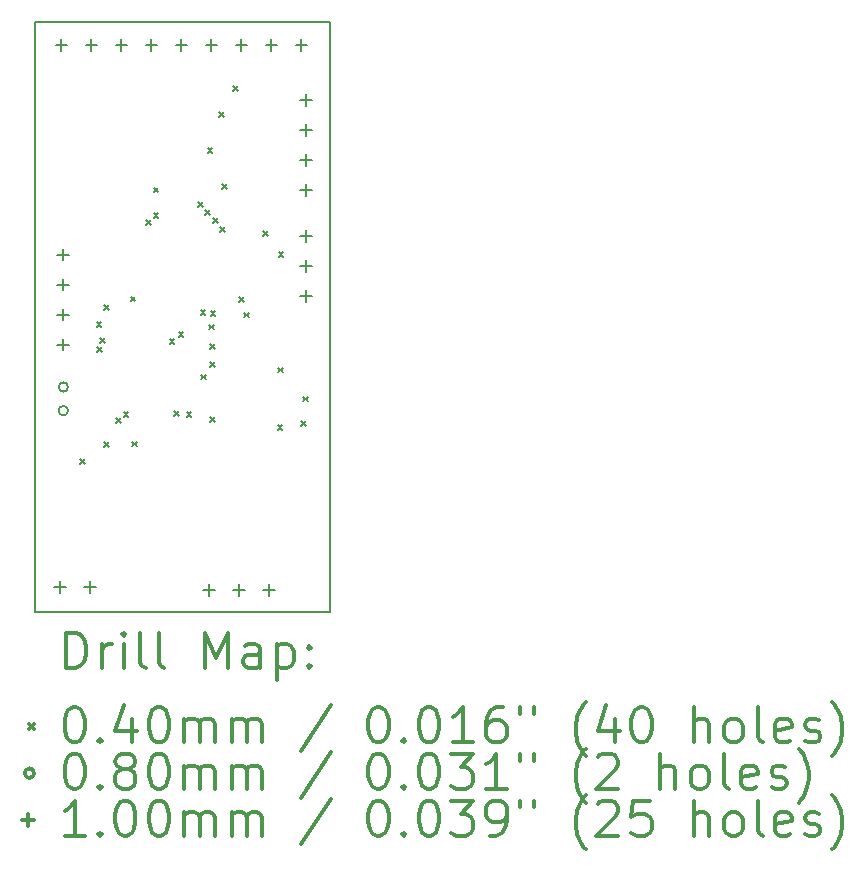
<source format=gbr>
%FSLAX45Y45*%
G04 Gerber Fmt 4.5, Leading zero omitted, Abs format (unit mm)*
G04 Created by KiCad (PCBNEW 4.0.2+dfsg1-stable) date Wed 06 Sep 2017 09:14:42 PM CST*
%MOMM*%
G01*
G04 APERTURE LIST*
%ADD10C,0.127000*%
%ADD11C,0.150000*%
%ADD12C,0.200000*%
%ADD13C,0.300000*%
G04 APERTURE END LIST*
D10*
D11*
X10000000Y-12800000D02*
X10000000Y-7800000D01*
X12500000Y-12800000D02*
X10000000Y-12800000D01*
X12500000Y-7800000D02*
X12500000Y-12800000D01*
X10000000Y-7800000D02*
X12500000Y-7800000D01*
D12*
X10381300Y-11506520D02*
X10421300Y-11546520D01*
X10421300Y-11506520D02*
X10381300Y-11546520D01*
X10521998Y-10347929D02*
X10561998Y-10387929D01*
X10561998Y-10347929D02*
X10521998Y-10387929D01*
X10525431Y-10557841D02*
X10565431Y-10597841D01*
X10565431Y-10557841D02*
X10525431Y-10597841D01*
X10552934Y-10482716D02*
X10592934Y-10522716D01*
X10592934Y-10482716D02*
X10552934Y-10522716D01*
X10584500Y-10203500D02*
X10624500Y-10243500D01*
X10624500Y-10203500D02*
X10584500Y-10243500D01*
X10585000Y-11358700D02*
X10625000Y-11398700D01*
X10625000Y-11358700D02*
X10585000Y-11398700D01*
X10686100Y-11158540D02*
X10726100Y-11198540D01*
X10726100Y-11158540D02*
X10686100Y-11198540D01*
X10749600Y-11105200D02*
X10789600Y-11145200D01*
X10789600Y-11105200D02*
X10749600Y-11145200D01*
X10810210Y-10129840D02*
X10850210Y-10169840D01*
X10850210Y-10129840D02*
X10810210Y-10169840D01*
X10823260Y-11356200D02*
X10863260Y-11396200D01*
X10863260Y-11356200D02*
X10823260Y-11396200D01*
X10940100Y-9479600D02*
X10980100Y-9519600D01*
X10980100Y-9479600D02*
X10940100Y-9519600D01*
X11003600Y-9422450D02*
X11043600Y-9462450D01*
X11043600Y-9422450D02*
X11003600Y-9462450D01*
X11005000Y-9205000D02*
X11045000Y-9245000D01*
X11045000Y-9205000D02*
X11005000Y-9245000D01*
X11139306Y-10491064D02*
X11179306Y-10531064D01*
X11179306Y-10491064D02*
X11139306Y-10531064D01*
X11176320Y-11100120D02*
X11216320Y-11140120D01*
X11216320Y-11100120D02*
X11176320Y-11140120D01*
X11215981Y-10428562D02*
X11255981Y-10468562D01*
X11255981Y-10428562D02*
X11215981Y-10468562D01*
X11283000Y-11105200D02*
X11323000Y-11145200D01*
X11323000Y-11105200D02*
X11283000Y-11145200D01*
X11378250Y-9327200D02*
X11418250Y-9367200D01*
X11418250Y-9327200D02*
X11378250Y-9367200D01*
X11402380Y-10244140D02*
X11442380Y-10284140D01*
X11442380Y-10244140D02*
X11402380Y-10284140D01*
X11406609Y-10788551D02*
X11446609Y-10828551D01*
X11446609Y-10788551D02*
X11406609Y-10828551D01*
X11441750Y-9397050D02*
X11481750Y-9437050D01*
X11481750Y-9397050D02*
X11441750Y-9437050D01*
X11460800Y-8870000D02*
X11500800Y-8910000D01*
X11500800Y-8870000D02*
X11460800Y-8910000D01*
X11470960Y-10366060D02*
X11510960Y-10406060D01*
X11510960Y-10366060D02*
X11470960Y-10406060D01*
X11479850Y-11149650D02*
X11519850Y-11189650D01*
X11519850Y-11149650D02*
X11479850Y-11189650D01*
X11482662Y-10533591D02*
X11522662Y-10573591D01*
X11522662Y-10533591D02*
X11482662Y-10573591D01*
X11483660Y-10684710D02*
X11523660Y-10724710D01*
X11523660Y-10684710D02*
X11483660Y-10724710D01*
X11487063Y-10249815D02*
X11527063Y-10289815D01*
X11527063Y-10249815D02*
X11487063Y-10289815D01*
X11505250Y-9466900D02*
X11545250Y-9506900D01*
X11545250Y-9466900D02*
X11505250Y-9506900D01*
X11559860Y-8567740D02*
X11599860Y-8607740D01*
X11599860Y-8567740D02*
X11559860Y-8607740D01*
X11568750Y-9543100D02*
X11608750Y-9583100D01*
X11608750Y-9543100D02*
X11568750Y-9583100D01*
X11582720Y-9174800D02*
X11622720Y-9214800D01*
X11622720Y-9174800D02*
X11582720Y-9214800D01*
X11676500Y-8349300D02*
X11716500Y-8389300D01*
X11716500Y-8349300D02*
X11676500Y-8389300D01*
X11727500Y-10133650D02*
X11767500Y-10173650D01*
X11767500Y-10133650D02*
X11727500Y-10173650D01*
X11770680Y-10264460D02*
X11810680Y-10304460D01*
X11810680Y-10264460D02*
X11770680Y-10304460D01*
X11930700Y-9576120D02*
X11970700Y-9616120D01*
X11970700Y-9576120D02*
X11930700Y-9616120D01*
X12052620Y-11219500D02*
X12092620Y-11259500D01*
X12092620Y-11219500D02*
X12052620Y-11259500D01*
X12055000Y-10730000D02*
X12095000Y-10770000D01*
X12095000Y-10730000D02*
X12055000Y-10770000D01*
X12062780Y-9753920D02*
X12102780Y-9793920D01*
X12102780Y-9753920D02*
X12062780Y-9793920D01*
X12254550Y-11181400D02*
X12294550Y-11221400D01*
X12294550Y-11181400D02*
X12254550Y-11221400D01*
X12268520Y-10975660D02*
X12308520Y-11015660D01*
X12308520Y-10975660D02*
X12268520Y-11015660D01*
X10278740Y-10894060D02*
G75*
G03X10278740Y-10894060I-40000J0D01*
G01*
X10278740Y-11094060D02*
G75*
G03X10278740Y-11094060I-40000J0D01*
G01*
X10213360Y-12535720D02*
X10213360Y-12635720D01*
X10163360Y-12585720D02*
X10263360Y-12585720D01*
X10223500Y-7951000D02*
X10223500Y-8051000D01*
X10173500Y-8001000D02*
X10273500Y-8001000D01*
X10236200Y-9722650D02*
X10236200Y-9822650D01*
X10186200Y-9772650D02*
X10286200Y-9772650D01*
X10236200Y-9976650D02*
X10236200Y-10076650D01*
X10186200Y-10026650D02*
X10286200Y-10026650D01*
X10236200Y-10230650D02*
X10236200Y-10330650D01*
X10186200Y-10280650D02*
X10286200Y-10280650D01*
X10236200Y-10484650D02*
X10236200Y-10584650D01*
X10186200Y-10534650D02*
X10286200Y-10534650D01*
X10467360Y-12535720D02*
X10467360Y-12635720D01*
X10417360Y-12585720D02*
X10517360Y-12585720D01*
X10477500Y-7951000D02*
X10477500Y-8051000D01*
X10427500Y-8001000D02*
X10527500Y-8001000D01*
X10731500Y-7951000D02*
X10731500Y-8051000D01*
X10681500Y-8001000D02*
X10781500Y-8001000D01*
X10985500Y-7951000D02*
X10985500Y-8051000D01*
X10935500Y-8001000D02*
X11035500Y-8001000D01*
X11239500Y-7951000D02*
X11239500Y-8051000D01*
X11189500Y-8001000D02*
X11289500Y-8001000D01*
X11473200Y-12561120D02*
X11473200Y-12661120D01*
X11423200Y-12611120D02*
X11523200Y-12611120D01*
X11493500Y-7951000D02*
X11493500Y-8051000D01*
X11443500Y-8001000D02*
X11543500Y-8001000D01*
X11727200Y-12561120D02*
X11727200Y-12661120D01*
X11677200Y-12611120D02*
X11777200Y-12611120D01*
X11747500Y-7951000D02*
X11747500Y-8051000D01*
X11697500Y-8001000D02*
X11797500Y-8001000D01*
X11981200Y-12561120D02*
X11981200Y-12661120D01*
X11931200Y-12611120D02*
X12031200Y-12611120D01*
X12001500Y-7951000D02*
X12001500Y-8051000D01*
X11951500Y-8001000D02*
X12051500Y-8001000D01*
X12255500Y-7951000D02*
X12255500Y-8051000D01*
X12205500Y-8001000D02*
X12305500Y-8001000D01*
X12293600Y-8414550D02*
X12293600Y-8514550D01*
X12243600Y-8464550D02*
X12343600Y-8464550D01*
X12293600Y-8668550D02*
X12293600Y-8768550D01*
X12243600Y-8718550D02*
X12343600Y-8718550D01*
X12293600Y-8922550D02*
X12293600Y-9022550D01*
X12243600Y-8972550D02*
X12343600Y-8972550D01*
X12293600Y-9176550D02*
X12293600Y-9276550D01*
X12243600Y-9226550D02*
X12343600Y-9226550D01*
X12293600Y-9563900D02*
X12293600Y-9663900D01*
X12243600Y-9613900D02*
X12343600Y-9613900D01*
X12293600Y-9817900D02*
X12293600Y-9917900D01*
X12243600Y-9867900D02*
X12343600Y-9867900D01*
X12293600Y-10071900D02*
X12293600Y-10171900D01*
X12243600Y-10121900D02*
X12343600Y-10121900D01*
D13*
X10263929Y-13273214D02*
X10263929Y-12973214D01*
X10335357Y-12973214D01*
X10378214Y-12987500D01*
X10406786Y-13016071D01*
X10421071Y-13044643D01*
X10435357Y-13101786D01*
X10435357Y-13144643D01*
X10421071Y-13201786D01*
X10406786Y-13230357D01*
X10378214Y-13258929D01*
X10335357Y-13273214D01*
X10263929Y-13273214D01*
X10563929Y-13273214D02*
X10563929Y-13073214D01*
X10563929Y-13130357D02*
X10578214Y-13101786D01*
X10592500Y-13087500D01*
X10621071Y-13073214D01*
X10649643Y-13073214D01*
X10749643Y-13273214D02*
X10749643Y-13073214D01*
X10749643Y-12973214D02*
X10735357Y-12987500D01*
X10749643Y-13001786D01*
X10763929Y-12987500D01*
X10749643Y-12973214D01*
X10749643Y-13001786D01*
X10935357Y-13273214D02*
X10906786Y-13258929D01*
X10892500Y-13230357D01*
X10892500Y-12973214D01*
X11092500Y-13273214D02*
X11063929Y-13258929D01*
X11049643Y-13230357D01*
X11049643Y-12973214D01*
X11435357Y-13273214D02*
X11435357Y-12973214D01*
X11535357Y-13187500D01*
X11635357Y-12973214D01*
X11635357Y-13273214D01*
X11906786Y-13273214D02*
X11906786Y-13116071D01*
X11892500Y-13087500D01*
X11863928Y-13073214D01*
X11806786Y-13073214D01*
X11778214Y-13087500D01*
X11906786Y-13258929D02*
X11878214Y-13273214D01*
X11806786Y-13273214D01*
X11778214Y-13258929D01*
X11763928Y-13230357D01*
X11763928Y-13201786D01*
X11778214Y-13173214D01*
X11806786Y-13158929D01*
X11878214Y-13158929D01*
X11906786Y-13144643D01*
X12049643Y-13073214D02*
X12049643Y-13373214D01*
X12049643Y-13087500D02*
X12078214Y-13073214D01*
X12135357Y-13073214D01*
X12163928Y-13087500D01*
X12178214Y-13101786D01*
X12192500Y-13130357D01*
X12192500Y-13216071D01*
X12178214Y-13244643D01*
X12163928Y-13258929D01*
X12135357Y-13273214D01*
X12078214Y-13273214D01*
X12049643Y-13258929D01*
X12321071Y-13244643D02*
X12335357Y-13258929D01*
X12321071Y-13273214D01*
X12306786Y-13258929D01*
X12321071Y-13244643D01*
X12321071Y-13273214D01*
X12321071Y-13087500D02*
X12335357Y-13101786D01*
X12321071Y-13116071D01*
X12306786Y-13101786D01*
X12321071Y-13087500D01*
X12321071Y-13116071D01*
X9952500Y-13747500D02*
X9992500Y-13787500D01*
X9992500Y-13747500D02*
X9952500Y-13787500D01*
X10321071Y-13603214D02*
X10349643Y-13603214D01*
X10378214Y-13617500D01*
X10392500Y-13631786D01*
X10406786Y-13660357D01*
X10421071Y-13717500D01*
X10421071Y-13788929D01*
X10406786Y-13846071D01*
X10392500Y-13874643D01*
X10378214Y-13888929D01*
X10349643Y-13903214D01*
X10321071Y-13903214D01*
X10292500Y-13888929D01*
X10278214Y-13874643D01*
X10263929Y-13846071D01*
X10249643Y-13788929D01*
X10249643Y-13717500D01*
X10263929Y-13660357D01*
X10278214Y-13631786D01*
X10292500Y-13617500D01*
X10321071Y-13603214D01*
X10549643Y-13874643D02*
X10563929Y-13888929D01*
X10549643Y-13903214D01*
X10535357Y-13888929D01*
X10549643Y-13874643D01*
X10549643Y-13903214D01*
X10821071Y-13703214D02*
X10821071Y-13903214D01*
X10749643Y-13588929D02*
X10678214Y-13803214D01*
X10863928Y-13803214D01*
X11035357Y-13603214D02*
X11063929Y-13603214D01*
X11092500Y-13617500D01*
X11106786Y-13631786D01*
X11121071Y-13660357D01*
X11135357Y-13717500D01*
X11135357Y-13788929D01*
X11121071Y-13846071D01*
X11106786Y-13874643D01*
X11092500Y-13888929D01*
X11063929Y-13903214D01*
X11035357Y-13903214D01*
X11006786Y-13888929D01*
X10992500Y-13874643D01*
X10978214Y-13846071D01*
X10963929Y-13788929D01*
X10963929Y-13717500D01*
X10978214Y-13660357D01*
X10992500Y-13631786D01*
X11006786Y-13617500D01*
X11035357Y-13603214D01*
X11263928Y-13903214D02*
X11263928Y-13703214D01*
X11263928Y-13731786D02*
X11278214Y-13717500D01*
X11306786Y-13703214D01*
X11349643Y-13703214D01*
X11378214Y-13717500D01*
X11392500Y-13746071D01*
X11392500Y-13903214D01*
X11392500Y-13746071D02*
X11406786Y-13717500D01*
X11435357Y-13703214D01*
X11478214Y-13703214D01*
X11506786Y-13717500D01*
X11521071Y-13746071D01*
X11521071Y-13903214D01*
X11663928Y-13903214D02*
X11663928Y-13703214D01*
X11663928Y-13731786D02*
X11678214Y-13717500D01*
X11706786Y-13703214D01*
X11749643Y-13703214D01*
X11778214Y-13717500D01*
X11792500Y-13746071D01*
X11792500Y-13903214D01*
X11792500Y-13746071D02*
X11806786Y-13717500D01*
X11835357Y-13703214D01*
X11878214Y-13703214D01*
X11906786Y-13717500D01*
X11921071Y-13746071D01*
X11921071Y-13903214D01*
X12506786Y-13588929D02*
X12249643Y-13974643D01*
X12892500Y-13603214D02*
X12921071Y-13603214D01*
X12949643Y-13617500D01*
X12963928Y-13631786D01*
X12978214Y-13660357D01*
X12992500Y-13717500D01*
X12992500Y-13788929D01*
X12978214Y-13846071D01*
X12963928Y-13874643D01*
X12949643Y-13888929D01*
X12921071Y-13903214D01*
X12892500Y-13903214D01*
X12863928Y-13888929D01*
X12849643Y-13874643D01*
X12835357Y-13846071D01*
X12821071Y-13788929D01*
X12821071Y-13717500D01*
X12835357Y-13660357D01*
X12849643Y-13631786D01*
X12863928Y-13617500D01*
X12892500Y-13603214D01*
X13121071Y-13874643D02*
X13135357Y-13888929D01*
X13121071Y-13903214D01*
X13106786Y-13888929D01*
X13121071Y-13874643D01*
X13121071Y-13903214D01*
X13321071Y-13603214D02*
X13349643Y-13603214D01*
X13378214Y-13617500D01*
X13392500Y-13631786D01*
X13406785Y-13660357D01*
X13421071Y-13717500D01*
X13421071Y-13788929D01*
X13406785Y-13846071D01*
X13392500Y-13874643D01*
X13378214Y-13888929D01*
X13349643Y-13903214D01*
X13321071Y-13903214D01*
X13292500Y-13888929D01*
X13278214Y-13874643D01*
X13263928Y-13846071D01*
X13249643Y-13788929D01*
X13249643Y-13717500D01*
X13263928Y-13660357D01*
X13278214Y-13631786D01*
X13292500Y-13617500D01*
X13321071Y-13603214D01*
X13706785Y-13903214D02*
X13535357Y-13903214D01*
X13621071Y-13903214D02*
X13621071Y-13603214D01*
X13592500Y-13646071D01*
X13563928Y-13674643D01*
X13535357Y-13688929D01*
X13963928Y-13603214D02*
X13906785Y-13603214D01*
X13878214Y-13617500D01*
X13863928Y-13631786D01*
X13835357Y-13674643D01*
X13821071Y-13731786D01*
X13821071Y-13846071D01*
X13835357Y-13874643D01*
X13849643Y-13888929D01*
X13878214Y-13903214D01*
X13935357Y-13903214D01*
X13963928Y-13888929D01*
X13978214Y-13874643D01*
X13992500Y-13846071D01*
X13992500Y-13774643D01*
X13978214Y-13746071D01*
X13963928Y-13731786D01*
X13935357Y-13717500D01*
X13878214Y-13717500D01*
X13849643Y-13731786D01*
X13835357Y-13746071D01*
X13821071Y-13774643D01*
X14106786Y-13603214D02*
X14106786Y-13660357D01*
X14221071Y-13603214D02*
X14221071Y-13660357D01*
X14663928Y-14017500D02*
X14649643Y-14003214D01*
X14621071Y-13960357D01*
X14606785Y-13931786D01*
X14592500Y-13888929D01*
X14578214Y-13817500D01*
X14578214Y-13760357D01*
X14592500Y-13688929D01*
X14606785Y-13646071D01*
X14621071Y-13617500D01*
X14649643Y-13574643D01*
X14663928Y-13560357D01*
X14906785Y-13703214D02*
X14906785Y-13903214D01*
X14835357Y-13588929D02*
X14763928Y-13803214D01*
X14949643Y-13803214D01*
X15121071Y-13603214D02*
X15149643Y-13603214D01*
X15178214Y-13617500D01*
X15192500Y-13631786D01*
X15206785Y-13660357D01*
X15221071Y-13717500D01*
X15221071Y-13788929D01*
X15206785Y-13846071D01*
X15192500Y-13874643D01*
X15178214Y-13888929D01*
X15149643Y-13903214D01*
X15121071Y-13903214D01*
X15092500Y-13888929D01*
X15078214Y-13874643D01*
X15063928Y-13846071D01*
X15049643Y-13788929D01*
X15049643Y-13717500D01*
X15063928Y-13660357D01*
X15078214Y-13631786D01*
X15092500Y-13617500D01*
X15121071Y-13603214D01*
X15578214Y-13903214D02*
X15578214Y-13603214D01*
X15706785Y-13903214D02*
X15706785Y-13746071D01*
X15692500Y-13717500D01*
X15663928Y-13703214D01*
X15621071Y-13703214D01*
X15592500Y-13717500D01*
X15578214Y-13731786D01*
X15892500Y-13903214D02*
X15863928Y-13888929D01*
X15849643Y-13874643D01*
X15835357Y-13846071D01*
X15835357Y-13760357D01*
X15849643Y-13731786D01*
X15863928Y-13717500D01*
X15892500Y-13703214D01*
X15935357Y-13703214D01*
X15963928Y-13717500D01*
X15978214Y-13731786D01*
X15992500Y-13760357D01*
X15992500Y-13846071D01*
X15978214Y-13874643D01*
X15963928Y-13888929D01*
X15935357Y-13903214D01*
X15892500Y-13903214D01*
X16163928Y-13903214D02*
X16135357Y-13888929D01*
X16121071Y-13860357D01*
X16121071Y-13603214D01*
X16392500Y-13888929D02*
X16363928Y-13903214D01*
X16306786Y-13903214D01*
X16278214Y-13888929D01*
X16263928Y-13860357D01*
X16263928Y-13746071D01*
X16278214Y-13717500D01*
X16306786Y-13703214D01*
X16363928Y-13703214D01*
X16392500Y-13717500D01*
X16406786Y-13746071D01*
X16406786Y-13774643D01*
X16263928Y-13803214D01*
X16521071Y-13888929D02*
X16549643Y-13903214D01*
X16606786Y-13903214D01*
X16635357Y-13888929D01*
X16649643Y-13860357D01*
X16649643Y-13846071D01*
X16635357Y-13817500D01*
X16606786Y-13803214D01*
X16563928Y-13803214D01*
X16535357Y-13788929D01*
X16521071Y-13760357D01*
X16521071Y-13746071D01*
X16535357Y-13717500D01*
X16563928Y-13703214D01*
X16606786Y-13703214D01*
X16635357Y-13717500D01*
X16749643Y-14017500D02*
X16763928Y-14003214D01*
X16792500Y-13960357D01*
X16806786Y-13931786D01*
X16821071Y-13888929D01*
X16835357Y-13817500D01*
X16835357Y-13760357D01*
X16821071Y-13688929D01*
X16806786Y-13646071D01*
X16792500Y-13617500D01*
X16763928Y-13574643D01*
X16749643Y-13560357D01*
X9992500Y-14163500D02*
G75*
G03X9992500Y-14163500I-40000J0D01*
G01*
X10321071Y-13999214D02*
X10349643Y-13999214D01*
X10378214Y-14013500D01*
X10392500Y-14027786D01*
X10406786Y-14056357D01*
X10421071Y-14113500D01*
X10421071Y-14184929D01*
X10406786Y-14242071D01*
X10392500Y-14270643D01*
X10378214Y-14284929D01*
X10349643Y-14299214D01*
X10321071Y-14299214D01*
X10292500Y-14284929D01*
X10278214Y-14270643D01*
X10263929Y-14242071D01*
X10249643Y-14184929D01*
X10249643Y-14113500D01*
X10263929Y-14056357D01*
X10278214Y-14027786D01*
X10292500Y-14013500D01*
X10321071Y-13999214D01*
X10549643Y-14270643D02*
X10563929Y-14284929D01*
X10549643Y-14299214D01*
X10535357Y-14284929D01*
X10549643Y-14270643D01*
X10549643Y-14299214D01*
X10735357Y-14127786D02*
X10706786Y-14113500D01*
X10692500Y-14099214D01*
X10678214Y-14070643D01*
X10678214Y-14056357D01*
X10692500Y-14027786D01*
X10706786Y-14013500D01*
X10735357Y-13999214D01*
X10792500Y-13999214D01*
X10821071Y-14013500D01*
X10835357Y-14027786D01*
X10849643Y-14056357D01*
X10849643Y-14070643D01*
X10835357Y-14099214D01*
X10821071Y-14113500D01*
X10792500Y-14127786D01*
X10735357Y-14127786D01*
X10706786Y-14142071D01*
X10692500Y-14156357D01*
X10678214Y-14184929D01*
X10678214Y-14242071D01*
X10692500Y-14270643D01*
X10706786Y-14284929D01*
X10735357Y-14299214D01*
X10792500Y-14299214D01*
X10821071Y-14284929D01*
X10835357Y-14270643D01*
X10849643Y-14242071D01*
X10849643Y-14184929D01*
X10835357Y-14156357D01*
X10821071Y-14142071D01*
X10792500Y-14127786D01*
X11035357Y-13999214D02*
X11063929Y-13999214D01*
X11092500Y-14013500D01*
X11106786Y-14027786D01*
X11121071Y-14056357D01*
X11135357Y-14113500D01*
X11135357Y-14184929D01*
X11121071Y-14242071D01*
X11106786Y-14270643D01*
X11092500Y-14284929D01*
X11063929Y-14299214D01*
X11035357Y-14299214D01*
X11006786Y-14284929D01*
X10992500Y-14270643D01*
X10978214Y-14242071D01*
X10963929Y-14184929D01*
X10963929Y-14113500D01*
X10978214Y-14056357D01*
X10992500Y-14027786D01*
X11006786Y-14013500D01*
X11035357Y-13999214D01*
X11263928Y-14299214D02*
X11263928Y-14099214D01*
X11263928Y-14127786D02*
X11278214Y-14113500D01*
X11306786Y-14099214D01*
X11349643Y-14099214D01*
X11378214Y-14113500D01*
X11392500Y-14142071D01*
X11392500Y-14299214D01*
X11392500Y-14142071D02*
X11406786Y-14113500D01*
X11435357Y-14099214D01*
X11478214Y-14099214D01*
X11506786Y-14113500D01*
X11521071Y-14142071D01*
X11521071Y-14299214D01*
X11663928Y-14299214D02*
X11663928Y-14099214D01*
X11663928Y-14127786D02*
X11678214Y-14113500D01*
X11706786Y-14099214D01*
X11749643Y-14099214D01*
X11778214Y-14113500D01*
X11792500Y-14142071D01*
X11792500Y-14299214D01*
X11792500Y-14142071D02*
X11806786Y-14113500D01*
X11835357Y-14099214D01*
X11878214Y-14099214D01*
X11906786Y-14113500D01*
X11921071Y-14142071D01*
X11921071Y-14299214D01*
X12506786Y-13984929D02*
X12249643Y-14370643D01*
X12892500Y-13999214D02*
X12921071Y-13999214D01*
X12949643Y-14013500D01*
X12963928Y-14027786D01*
X12978214Y-14056357D01*
X12992500Y-14113500D01*
X12992500Y-14184929D01*
X12978214Y-14242071D01*
X12963928Y-14270643D01*
X12949643Y-14284929D01*
X12921071Y-14299214D01*
X12892500Y-14299214D01*
X12863928Y-14284929D01*
X12849643Y-14270643D01*
X12835357Y-14242071D01*
X12821071Y-14184929D01*
X12821071Y-14113500D01*
X12835357Y-14056357D01*
X12849643Y-14027786D01*
X12863928Y-14013500D01*
X12892500Y-13999214D01*
X13121071Y-14270643D02*
X13135357Y-14284929D01*
X13121071Y-14299214D01*
X13106786Y-14284929D01*
X13121071Y-14270643D01*
X13121071Y-14299214D01*
X13321071Y-13999214D02*
X13349643Y-13999214D01*
X13378214Y-14013500D01*
X13392500Y-14027786D01*
X13406785Y-14056357D01*
X13421071Y-14113500D01*
X13421071Y-14184929D01*
X13406785Y-14242071D01*
X13392500Y-14270643D01*
X13378214Y-14284929D01*
X13349643Y-14299214D01*
X13321071Y-14299214D01*
X13292500Y-14284929D01*
X13278214Y-14270643D01*
X13263928Y-14242071D01*
X13249643Y-14184929D01*
X13249643Y-14113500D01*
X13263928Y-14056357D01*
X13278214Y-14027786D01*
X13292500Y-14013500D01*
X13321071Y-13999214D01*
X13521071Y-13999214D02*
X13706785Y-13999214D01*
X13606785Y-14113500D01*
X13649643Y-14113500D01*
X13678214Y-14127786D01*
X13692500Y-14142071D01*
X13706785Y-14170643D01*
X13706785Y-14242071D01*
X13692500Y-14270643D01*
X13678214Y-14284929D01*
X13649643Y-14299214D01*
X13563928Y-14299214D01*
X13535357Y-14284929D01*
X13521071Y-14270643D01*
X13992500Y-14299214D02*
X13821071Y-14299214D01*
X13906785Y-14299214D02*
X13906785Y-13999214D01*
X13878214Y-14042071D01*
X13849643Y-14070643D01*
X13821071Y-14084929D01*
X14106786Y-13999214D02*
X14106786Y-14056357D01*
X14221071Y-13999214D02*
X14221071Y-14056357D01*
X14663928Y-14413500D02*
X14649643Y-14399214D01*
X14621071Y-14356357D01*
X14606785Y-14327786D01*
X14592500Y-14284929D01*
X14578214Y-14213500D01*
X14578214Y-14156357D01*
X14592500Y-14084929D01*
X14606785Y-14042071D01*
X14621071Y-14013500D01*
X14649643Y-13970643D01*
X14663928Y-13956357D01*
X14763928Y-14027786D02*
X14778214Y-14013500D01*
X14806785Y-13999214D01*
X14878214Y-13999214D01*
X14906785Y-14013500D01*
X14921071Y-14027786D01*
X14935357Y-14056357D01*
X14935357Y-14084929D01*
X14921071Y-14127786D01*
X14749643Y-14299214D01*
X14935357Y-14299214D01*
X15292500Y-14299214D02*
X15292500Y-13999214D01*
X15421071Y-14299214D02*
X15421071Y-14142071D01*
X15406785Y-14113500D01*
X15378214Y-14099214D01*
X15335357Y-14099214D01*
X15306785Y-14113500D01*
X15292500Y-14127786D01*
X15606785Y-14299214D02*
X15578214Y-14284929D01*
X15563928Y-14270643D01*
X15549643Y-14242071D01*
X15549643Y-14156357D01*
X15563928Y-14127786D01*
X15578214Y-14113500D01*
X15606785Y-14099214D01*
X15649643Y-14099214D01*
X15678214Y-14113500D01*
X15692500Y-14127786D01*
X15706785Y-14156357D01*
X15706785Y-14242071D01*
X15692500Y-14270643D01*
X15678214Y-14284929D01*
X15649643Y-14299214D01*
X15606785Y-14299214D01*
X15878214Y-14299214D02*
X15849643Y-14284929D01*
X15835357Y-14256357D01*
X15835357Y-13999214D01*
X16106786Y-14284929D02*
X16078214Y-14299214D01*
X16021071Y-14299214D01*
X15992500Y-14284929D01*
X15978214Y-14256357D01*
X15978214Y-14142071D01*
X15992500Y-14113500D01*
X16021071Y-14099214D01*
X16078214Y-14099214D01*
X16106786Y-14113500D01*
X16121071Y-14142071D01*
X16121071Y-14170643D01*
X15978214Y-14199214D01*
X16235357Y-14284929D02*
X16263928Y-14299214D01*
X16321071Y-14299214D01*
X16349643Y-14284929D01*
X16363928Y-14256357D01*
X16363928Y-14242071D01*
X16349643Y-14213500D01*
X16321071Y-14199214D01*
X16278214Y-14199214D01*
X16249643Y-14184929D01*
X16235357Y-14156357D01*
X16235357Y-14142071D01*
X16249643Y-14113500D01*
X16278214Y-14099214D01*
X16321071Y-14099214D01*
X16349643Y-14113500D01*
X16463928Y-14413500D02*
X16478214Y-14399214D01*
X16506786Y-14356357D01*
X16521071Y-14327786D01*
X16535357Y-14284929D01*
X16549643Y-14213500D01*
X16549643Y-14156357D01*
X16535357Y-14084929D01*
X16521071Y-14042071D01*
X16506786Y-14013500D01*
X16478214Y-13970643D01*
X16463928Y-13956357D01*
X9942500Y-14509500D02*
X9942500Y-14609500D01*
X9892500Y-14559500D02*
X9992500Y-14559500D01*
X10421071Y-14695214D02*
X10249643Y-14695214D01*
X10335357Y-14695214D02*
X10335357Y-14395214D01*
X10306786Y-14438071D01*
X10278214Y-14466643D01*
X10249643Y-14480929D01*
X10549643Y-14666643D02*
X10563929Y-14680929D01*
X10549643Y-14695214D01*
X10535357Y-14680929D01*
X10549643Y-14666643D01*
X10549643Y-14695214D01*
X10749643Y-14395214D02*
X10778214Y-14395214D01*
X10806786Y-14409500D01*
X10821071Y-14423786D01*
X10835357Y-14452357D01*
X10849643Y-14509500D01*
X10849643Y-14580929D01*
X10835357Y-14638071D01*
X10821071Y-14666643D01*
X10806786Y-14680929D01*
X10778214Y-14695214D01*
X10749643Y-14695214D01*
X10721071Y-14680929D01*
X10706786Y-14666643D01*
X10692500Y-14638071D01*
X10678214Y-14580929D01*
X10678214Y-14509500D01*
X10692500Y-14452357D01*
X10706786Y-14423786D01*
X10721071Y-14409500D01*
X10749643Y-14395214D01*
X11035357Y-14395214D02*
X11063929Y-14395214D01*
X11092500Y-14409500D01*
X11106786Y-14423786D01*
X11121071Y-14452357D01*
X11135357Y-14509500D01*
X11135357Y-14580929D01*
X11121071Y-14638071D01*
X11106786Y-14666643D01*
X11092500Y-14680929D01*
X11063929Y-14695214D01*
X11035357Y-14695214D01*
X11006786Y-14680929D01*
X10992500Y-14666643D01*
X10978214Y-14638071D01*
X10963929Y-14580929D01*
X10963929Y-14509500D01*
X10978214Y-14452357D01*
X10992500Y-14423786D01*
X11006786Y-14409500D01*
X11035357Y-14395214D01*
X11263928Y-14695214D02*
X11263928Y-14495214D01*
X11263928Y-14523786D02*
X11278214Y-14509500D01*
X11306786Y-14495214D01*
X11349643Y-14495214D01*
X11378214Y-14509500D01*
X11392500Y-14538071D01*
X11392500Y-14695214D01*
X11392500Y-14538071D02*
X11406786Y-14509500D01*
X11435357Y-14495214D01*
X11478214Y-14495214D01*
X11506786Y-14509500D01*
X11521071Y-14538071D01*
X11521071Y-14695214D01*
X11663928Y-14695214D02*
X11663928Y-14495214D01*
X11663928Y-14523786D02*
X11678214Y-14509500D01*
X11706786Y-14495214D01*
X11749643Y-14495214D01*
X11778214Y-14509500D01*
X11792500Y-14538071D01*
X11792500Y-14695214D01*
X11792500Y-14538071D02*
X11806786Y-14509500D01*
X11835357Y-14495214D01*
X11878214Y-14495214D01*
X11906786Y-14509500D01*
X11921071Y-14538071D01*
X11921071Y-14695214D01*
X12506786Y-14380929D02*
X12249643Y-14766643D01*
X12892500Y-14395214D02*
X12921071Y-14395214D01*
X12949643Y-14409500D01*
X12963928Y-14423786D01*
X12978214Y-14452357D01*
X12992500Y-14509500D01*
X12992500Y-14580929D01*
X12978214Y-14638071D01*
X12963928Y-14666643D01*
X12949643Y-14680929D01*
X12921071Y-14695214D01*
X12892500Y-14695214D01*
X12863928Y-14680929D01*
X12849643Y-14666643D01*
X12835357Y-14638071D01*
X12821071Y-14580929D01*
X12821071Y-14509500D01*
X12835357Y-14452357D01*
X12849643Y-14423786D01*
X12863928Y-14409500D01*
X12892500Y-14395214D01*
X13121071Y-14666643D02*
X13135357Y-14680929D01*
X13121071Y-14695214D01*
X13106786Y-14680929D01*
X13121071Y-14666643D01*
X13121071Y-14695214D01*
X13321071Y-14395214D02*
X13349643Y-14395214D01*
X13378214Y-14409500D01*
X13392500Y-14423786D01*
X13406785Y-14452357D01*
X13421071Y-14509500D01*
X13421071Y-14580929D01*
X13406785Y-14638071D01*
X13392500Y-14666643D01*
X13378214Y-14680929D01*
X13349643Y-14695214D01*
X13321071Y-14695214D01*
X13292500Y-14680929D01*
X13278214Y-14666643D01*
X13263928Y-14638071D01*
X13249643Y-14580929D01*
X13249643Y-14509500D01*
X13263928Y-14452357D01*
X13278214Y-14423786D01*
X13292500Y-14409500D01*
X13321071Y-14395214D01*
X13521071Y-14395214D02*
X13706785Y-14395214D01*
X13606785Y-14509500D01*
X13649643Y-14509500D01*
X13678214Y-14523786D01*
X13692500Y-14538071D01*
X13706785Y-14566643D01*
X13706785Y-14638071D01*
X13692500Y-14666643D01*
X13678214Y-14680929D01*
X13649643Y-14695214D01*
X13563928Y-14695214D01*
X13535357Y-14680929D01*
X13521071Y-14666643D01*
X13849643Y-14695214D02*
X13906785Y-14695214D01*
X13935357Y-14680929D01*
X13949643Y-14666643D01*
X13978214Y-14623786D01*
X13992500Y-14566643D01*
X13992500Y-14452357D01*
X13978214Y-14423786D01*
X13963928Y-14409500D01*
X13935357Y-14395214D01*
X13878214Y-14395214D01*
X13849643Y-14409500D01*
X13835357Y-14423786D01*
X13821071Y-14452357D01*
X13821071Y-14523786D01*
X13835357Y-14552357D01*
X13849643Y-14566643D01*
X13878214Y-14580929D01*
X13935357Y-14580929D01*
X13963928Y-14566643D01*
X13978214Y-14552357D01*
X13992500Y-14523786D01*
X14106786Y-14395214D02*
X14106786Y-14452357D01*
X14221071Y-14395214D02*
X14221071Y-14452357D01*
X14663928Y-14809500D02*
X14649643Y-14795214D01*
X14621071Y-14752357D01*
X14606785Y-14723786D01*
X14592500Y-14680929D01*
X14578214Y-14609500D01*
X14578214Y-14552357D01*
X14592500Y-14480929D01*
X14606785Y-14438071D01*
X14621071Y-14409500D01*
X14649643Y-14366643D01*
X14663928Y-14352357D01*
X14763928Y-14423786D02*
X14778214Y-14409500D01*
X14806785Y-14395214D01*
X14878214Y-14395214D01*
X14906785Y-14409500D01*
X14921071Y-14423786D01*
X14935357Y-14452357D01*
X14935357Y-14480929D01*
X14921071Y-14523786D01*
X14749643Y-14695214D01*
X14935357Y-14695214D01*
X15206785Y-14395214D02*
X15063928Y-14395214D01*
X15049643Y-14538071D01*
X15063928Y-14523786D01*
X15092500Y-14509500D01*
X15163928Y-14509500D01*
X15192500Y-14523786D01*
X15206785Y-14538071D01*
X15221071Y-14566643D01*
X15221071Y-14638071D01*
X15206785Y-14666643D01*
X15192500Y-14680929D01*
X15163928Y-14695214D01*
X15092500Y-14695214D01*
X15063928Y-14680929D01*
X15049643Y-14666643D01*
X15578214Y-14695214D02*
X15578214Y-14395214D01*
X15706785Y-14695214D02*
X15706785Y-14538071D01*
X15692500Y-14509500D01*
X15663928Y-14495214D01*
X15621071Y-14495214D01*
X15592500Y-14509500D01*
X15578214Y-14523786D01*
X15892500Y-14695214D02*
X15863928Y-14680929D01*
X15849643Y-14666643D01*
X15835357Y-14638071D01*
X15835357Y-14552357D01*
X15849643Y-14523786D01*
X15863928Y-14509500D01*
X15892500Y-14495214D01*
X15935357Y-14495214D01*
X15963928Y-14509500D01*
X15978214Y-14523786D01*
X15992500Y-14552357D01*
X15992500Y-14638071D01*
X15978214Y-14666643D01*
X15963928Y-14680929D01*
X15935357Y-14695214D01*
X15892500Y-14695214D01*
X16163928Y-14695214D02*
X16135357Y-14680929D01*
X16121071Y-14652357D01*
X16121071Y-14395214D01*
X16392500Y-14680929D02*
X16363928Y-14695214D01*
X16306786Y-14695214D01*
X16278214Y-14680929D01*
X16263928Y-14652357D01*
X16263928Y-14538071D01*
X16278214Y-14509500D01*
X16306786Y-14495214D01*
X16363928Y-14495214D01*
X16392500Y-14509500D01*
X16406786Y-14538071D01*
X16406786Y-14566643D01*
X16263928Y-14595214D01*
X16521071Y-14680929D02*
X16549643Y-14695214D01*
X16606786Y-14695214D01*
X16635357Y-14680929D01*
X16649643Y-14652357D01*
X16649643Y-14638071D01*
X16635357Y-14609500D01*
X16606786Y-14595214D01*
X16563928Y-14595214D01*
X16535357Y-14580929D01*
X16521071Y-14552357D01*
X16521071Y-14538071D01*
X16535357Y-14509500D01*
X16563928Y-14495214D01*
X16606786Y-14495214D01*
X16635357Y-14509500D01*
X16749643Y-14809500D02*
X16763928Y-14795214D01*
X16792500Y-14752357D01*
X16806786Y-14723786D01*
X16821071Y-14680929D01*
X16835357Y-14609500D01*
X16835357Y-14552357D01*
X16821071Y-14480929D01*
X16806786Y-14438071D01*
X16792500Y-14409500D01*
X16763928Y-14366643D01*
X16749643Y-14352357D01*
M02*

</source>
